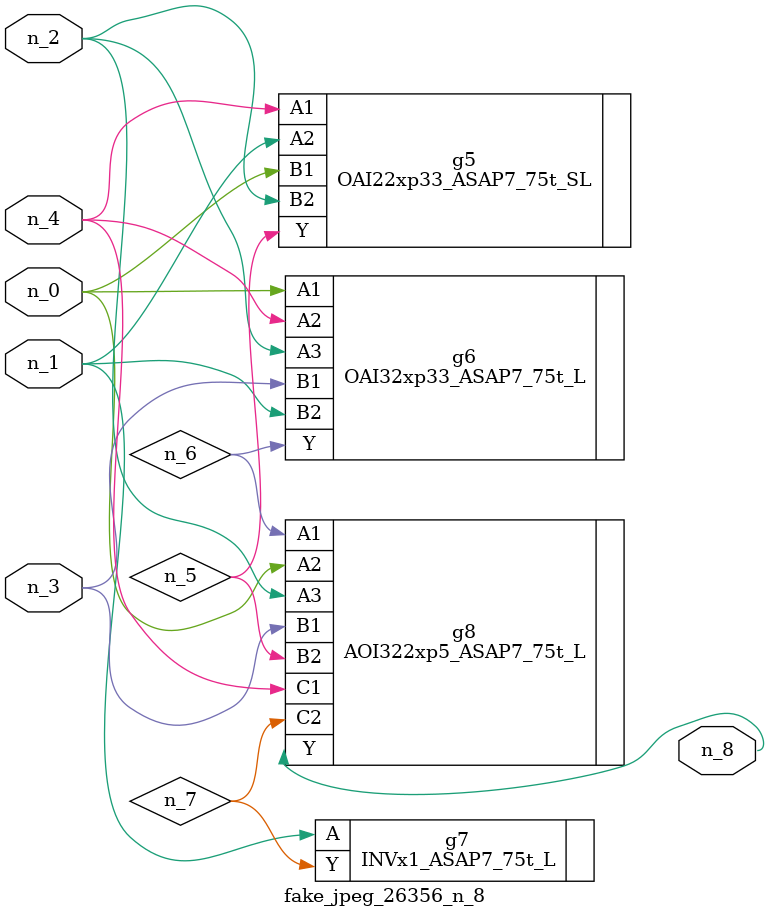
<source format=v>
module fake_jpeg_26356_n_8 (n_3, n_2, n_1, n_0, n_4, n_8);

input n_3;
input n_2;
input n_1;
input n_0;
input n_4;

output n_8;

wire n_6;
wire n_5;
wire n_7;

OAI22xp33_ASAP7_75t_SL g5 ( 
.A1(n_4),
.A2(n_1),
.B1(n_0),
.B2(n_2),
.Y(n_5)
);

OAI32xp33_ASAP7_75t_L g6 ( 
.A1(n_0),
.A2(n_4),
.A3(n_2),
.B1(n_3),
.B2(n_1),
.Y(n_6)
);

INVx1_ASAP7_75t_L g7 ( 
.A(n_1),
.Y(n_7)
);

AOI322xp5_ASAP7_75t_L g8 ( 
.A1(n_6),
.A2(n_0),
.A3(n_2),
.B1(n_3),
.B2(n_5),
.C1(n_4),
.C2(n_7),
.Y(n_8)
);


endmodule
</source>
